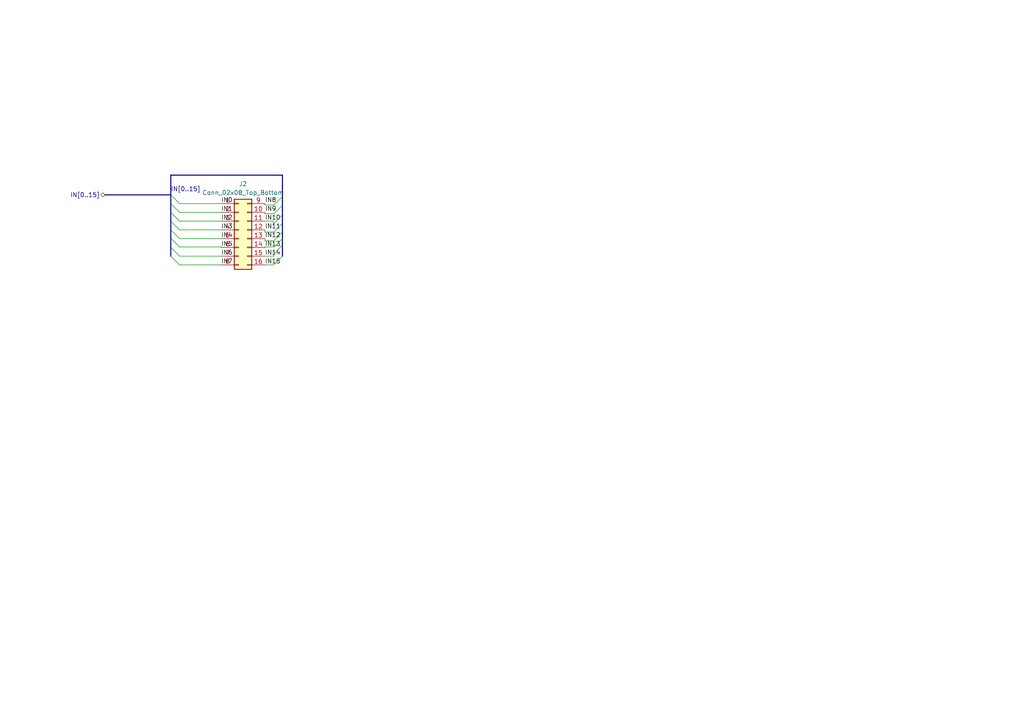
<source format=kicad_sch>
(kicad_sch (version 20231120) (generator "eeschema") (generator_version "8.0")
  (paper "A4")
  (lib_symbols
    (symbol "Connector_Generic:Conn_02x08_Top_Bottom" (pin_names (offset 1.016) hide)
      (property "Reference" "J" (at 1.27 10.16 0))
      (property "Value" "Conn_02x08_Top_Bottom" (at 1.27 -12.7 0))
      (symbol "Conn_02x08_Top_Bottom_1_1"
        (rectangle (start -1.27 -10.033) (end 0 -10.287) (stroke (width 0.1524)))
        (rectangle (start -1.27 -7.493) (end 0 -7.747) (stroke (width 0.1524)))
        (rectangle (start -1.27 -4.953) (end 0 -5.207) (stroke (width 0.1524)))
        (rectangle (start -1.27 -2.413) (end 0 -2.667) (stroke (width 0.1524)))
        (rectangle (start -1.27 0.127) (end 0 -0.127) (stroke (width 0.1524)))
        (rectangle (start -1.27 2.667) (end 0 2.413) (stroke (width 0.1524)))
        (rectangle (start -1.27 5.207) (end 0 4.953) (stroke (width 0.1524)))
        (rectangle (start -1.27 7.747) (end 0 7.493) (stroke (width 0.1524)))
        (rectangle (start -1.27 8.89) (end 3.81 -11.43) (stroke (width 0.254)) (fill (type background)))
        (rectangle (start 3.81 -10.033) (end 2.54 -10.287) (stroke (width 0.1524)))
        (rectangle (start 3.81 -7.493) (end 2.54 -7.747) (stroke (width 0.1524)))
        (rectangle (start 3.81 -4.953) (end 2.54 -5.207) (stroke (width 0.1524)))
        (rectangle (start 3.81 -2.413) (end 2.54 -2.667) (stroke (width 0.1524)))
        (rectangle (start 3.81 0.127) (end 2.54 -0.127) (stroke (width 0.1524)))
        (rectangle (start 3.81 2.667) (end 2.54 2.413) (stroke (width 0.1524)))
        (rectangle (start 3.81 5.207) (end 2.54 4.953) (stroke (width 0.1524)))
        (rectangle (start 3.81 7.747) (end 2.54 7.493) (stroke (width 0.1524)))
        (pin passive line (at -5.08 7.62 0) (length 3.81) (name "Pin_1") (number "1"))
        (pin passive line (at 7.62 5.08 180) (length 3.81) (name "Pin_10") (number "10"))
        (pin passive line (at 7.62 2.54 180) (length 3.81) (name "Pin_11") (number "11"))
        (pin passive line (at 7.62 0 180) (length 3.81) (name "Pin_12") (number "12"))
        (pin passive line (at 7.62 -2.54 180) (length 3.81) (name "Pin_13") (number "13"))
        (pin passive line (at 7.62 -5.08 180) (length 3.81) (name "Pin_14") (number "14"))
        (pin passive line (at 7.62 -7.62 180) (length 3.81) (name "Pin_15") (number "15"))
        (pin passive line (at 7.62 -10.16 180) (length 3.81) (name "Pin_16") (number "16"))
        (pin passive line (at -5.08 5.08 0) (length 3.81) (name "Pin_2") (number "2"))
        (pin passive line (at -5.08 2.54 0) (length 3.81) (name "Pin_3") (number "3"))
        (pin passive line (at -5.08 0 0) (length 3.81) (name "Pin_4") (number "4"))
        (pin passive line (at -5.08 -2.54 0) (length 3.81) (name "Pin_5") (number "5"))
        (pin passive line (at -5.08 -5.08 0) (length 3.81) (name "Pin_6") (number "6"))
        (pin passive line (at -5.08 -7.62 0) (length 3.81) (name "Pin_7") (number "7"))
        (pin passive line (at -5.08 -10.16 0) (length 3.81) (name "Pin_8") (number "8"))
        (pin passive line (at 7.62 7.62 180) (length 3.81) (name "Pin_9") (number "9"))
      )
    )
  )
  (bus_entry (at 81.788 62.484) (size -2.54 2.54))
  (bus_entry (at 82.042 59.436) (size -2.54 2.54))
  (bus_entry (at 81.915 64.77) (size -2.54 2.54))
  (bus_entry (at 49.53 56.515) (size 2.54 2.54))
  (bus_entry (at 81.915 71.12) (size -2.54 2.54))
  (bus_entry (at 49.53 64.135) (size 2.54 2.54))
  (bus_entry (at 49.53 61.595) (size 2.54 2.54))
  (bus_entry (at 49.53 71.755) (size 2.54 2.54))
  (bus_entry (at 82.042 56.896) (size -2.54 2.54))
  (bus_entry (at 81.915 67.31) (size -2.54 2.54))
  (bus_entry (at 49.53 66.675) (size 2.54 2.54))
  (bus_entry (at 49.53 59.055) (size 2.54 2.54))
  (bus_entry (at 49.53 69.088) (size 2.54 2.54))
  (bus_entry (at 49.53 74.295) (size 2.54 2.54))
  (bus_entry (at 81.915 74.295) (size -2.54 2.54))
  (bus_entry (at 82.042 69.088) (size -2.54 2.54))
  (wire (pts (xy 79.502 71.628) (xy 76.835 71.628)))
  (bus (pts (xy 49.53 61.595) (xy 49.53 64.135)))
  (wire (pts (xy 76.835 71.628) (xy 76.835 71.755)))
  (bus (pts (xy 49.53 56.515) (xy 49.53 59.055)))
  (bus (pts (xy 49.53 50.8) (xy 49.53 56.515)))
  (wire (pts (xy 79.375 74.295) (xy 76.835 74.295)))
  (wire (pts (xy 76.835 67.31) (xy 76.835 66.675)))
  (wire (pts (xy 52.07 69.215) (xy 64.135 69.215)))
  (wire (pts (xy 79.375 67.31) (xy 76.835 67.31)))
  (bus (pts (xy 49.53 66.675) (xy 49.53 69.088)))
  (bus (pts (xy 81.915 50.8) (xy 81.915 64.77)))
  (wire (pts (xy 76.835 61.976) (xy 76.835 61.595)))
  (wire (pts (xy 76.835 59.436) (xy 76.835 59.055)))
  (wire (pts (xy 79.375 73.66) (xy 79.375 74.295)))
  (bus (pts (xy 30.48 56.515) (xy 49.53 56.515)))
  (wire (pts (xy 52.07 74.295) (xy 64.135 74.295)))
  (wire (pts (xy 52.07 71.628) (xy 64.135 71.628)))
  (wire (pts (xy 52.07 64.135) (xy 64.135 64.135)))
  (wire (pts (xy 76.835 69.85) (xy 76.835 69.215)))
  (wire (pts (xy 52.07 66.675) (xy 64.135 66.675)))
  (wire (pts (xy 79.248 65.024) (xy 79.248 64.135)))
  (wire (pts (xy 79.248 64.135) (xy 76.835 64.135)))
  (bus (pts (xy 49.53 71.755) (xy 49.53 74.295)))
  (bus (pts (xy 49.53 69.088) (xy 49.53 71.755)))
  (wire (pts (xy 79.502 59.436) (xy 76.835 59.436)))
  (wire (pts (xy 52.07 59.055) (xy 64.135 59.055)))
  (wire (pts (xy 79.502 61.976) (xy 76.835 61.976)))
  (bus (pts (xy 49.53 50.8) (xy 81.915 50.8)))
  (wire (pts (xy 76.835 76.835) (xy 79.375 76.835)))
  (bus (pts (xy 49.53 59.055) (xy 49.53 61.595)))
  (bus (pts (xy 49.53 64.135) (xy 49.53 66.675)))
  (bus (pts (xy 81.915 67.31) (xy 81.915 71.12)))
  (wire (pts (xy 52.07 76.835) (xy 64.135 76.835)))
  (wire (pts (xy 64.135 71.628) (xy 64.135 71.755)))
  (wire (pts (xy 52.07 61.595) (xy 64.135 61.595)))
  (bus (pts (xy 81.915 64.77) (xy 81.915 67.31)))
  (wire (pts (xy 79.375 69.85) (xy 76.835 69.85)))
  (bus (pts (xy 81.915 71.12) (xy 81.915 74.295)))
  (label "IN9" (at 76.835 61.595 0))
  (label "IN5" (at 64.135 71.755 0))
  (label "IN1" (at 64.135 61.595 0))
  (label "IN6" (at 64.135 74.295 0))
  (label "IN2" (at 64.135 64.135 0))
  (label "IN11" (at 76.835 66.675 0))
  (label "IN13" (at 76.835 71.755 0))
  (label "IN0" (at 64.135 59.055 0))
  (label "IN14" (at 76.835 74.295 0))
  (label "IN15" (at 76.835 76.835 0))
  (label "IN12" (at 76.835 69.215 0))
  (label "IN[0..15]" (at 49.53 55.88 0))
  (label "IN7" (at 64.135 76.835 0))
  (label "IN3" (at 64.135 66.675 0))
  (label "IN8" (at 76.835 59.055 0))
  (label "IN10" (at 76.835 64.135 0))
  (label "IN4" (at 64.135 69.215 0))
  (hierarchical_label "IN[0..15]" (shape tri_state) (at 30.48 56.515 180))
  (symbol (lib_id "Connector_Generic:Conn_02x08_Top_Bottom") (at 69.215 66.675 0) (unit 1)
    (property "Reference" "J2" (at 70.485 53.34 0))
    (property "Value" "Conn_02x08_Top_Bottom" (at 70.485 55.88 0))
    (property "Footprint" "Connector_PinSocket_2.54mm:PinSocket_2x08_P2.54mm_Vertical" (effects (hide yes)))
    (property "Description" "Generic connector, double row, 02x08, top/bottom pin numbering scheme (row 1: 1...pins_per_row, row2: pins_per_row+1 ... num_pins), script generated (kicad-library-utils/schlib/autogen/connector/)" (effects (hide yes)))
    (instances (project "" (path "" (reference "J2") (unit 1)) (path "" (reference "J5") (unit 1))))
  )
)
</source>
